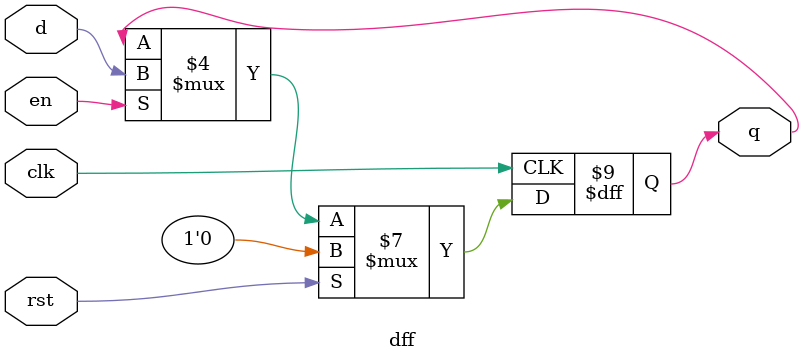
<source format=v>
module dff(
input rst,en,d,clk,
output reg q
);
always @(posedge clk)begin
if(rst==1)q<=1'b0;
else if(en==1)q<=d;
end
endmodule

</source>
